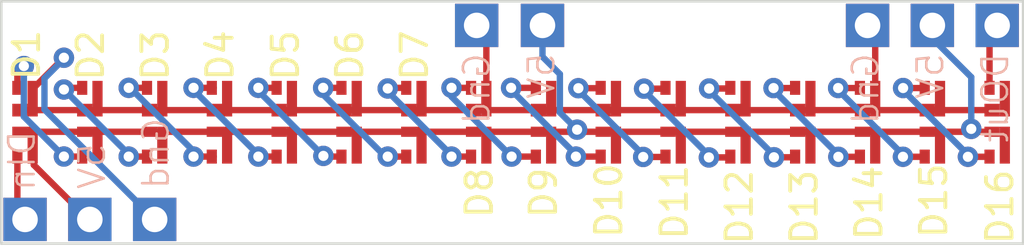
<source format=kicad_pcb>
(kicad_pcb (version 20221018) (generator pcbnew)
  (layers (0 "F.Cu" signal) (31 "B.Cu" signal) (34 "B.Paste" user) (35 "F.Paste" user) (36 "B.SilkS" user "B.Silkscreen") (37 "F.SilkS" user "F.Silkscreen") (38 "B.Mask" user) (39 "F.Mask" user) (44 "Edge.Cuts" user))
  (net 0 "")
  (net 1 "GND")
  (net 2 "Net-(D1-DOUT)")
  (net 3 "+5V")
  (net 4 "unconnected-(D1-DIN-Pad3)")
  (net 5 "Net-(D2-DOUT)")
  (net 6 "Net-(D3-DOUT)")
  (net 7 "Net-(D4-DOUT)")
  (net 8 "Net-(D5-DOUT)")
  (net 9 "Net-(D6-DOUT)")
  (net 10 "Net-(D7-DOUT)")
  (net 11 "Net-(D8-DOUT)")
  (net 12 "Net-(D10-DIN)")
  (net 13 "unconnected-(D10-DOUT-Pad2)")
  (net 14 "Net-(D11-DOUT)")
  (net 15 "Net-(D12-DOUT)")
  (net 16 "Net-(D13-DOUT)")
  (net 17 "Net-(D14-DOUT)")
  (net 18 "Net-(D15-DOUT)")
  (net 19 "unconnected-(D16-DOUT-Pad2)")
  (footprint "Custom Footprint Library:SK6812-EC3210F" (layer "F.Cu") (at 96.52 74.896937 -90)
    (fp_text reference "D10" (at 3.1 -0.02 90) (layer "F.SilkS"))
    (fp_text value "SK6812-EC3210F" hide)
    (pad "1" smd rect (at -0.9 -0.3 90) (size 1.4 0.4) (layers "F.Cu" "F.Paste" "F.Mask") (net 1 "GND"))
    (pad "1" smd rect (at -0.45 0.2 90) (size 0.5 0.6) (layers "F.Cu" "F.Paste" "F.Mask") (net 1 "GND"))
    (pad "2" smd rect (at -1.325 0.3 90) (size 0.55 0.4) (layers "F.Cu" "F.Paste" "F.Mask") (net 13 "unconnected-(D10-DOUT-Pad2)"))
    (pad "3" smd rect (at 1.375 0.3 90) (size 0.55 0.4) (layers "F.Cu" "F.Paste" "F.Mask") (net 12 "Net-(D10-DIN)"))
    (pad "4" smd rect (at 0.4 0.2 90) (size 0.4 0.6) (layers "F.Cu" "F.Paste" "F.Mask") (net 3 "+5V"))
    (pad "4" smd rect (at 0.925 -0.3 90) (size 1.45 0.4) (layers "F.Cu" "F.Paste" "F.Mask") (net 3 "+5V"))
  )
  (footprint "" (layer "F.Cu") (at 73.66 78.74)
    (fp_text reference "" (at 0 0) (layer "F.SilkS") (effects (font (size 1.27 1.27))))
    (fp_text value "" (at 0 0) (layer "F.SilkS") (effects (font (size 1.27 1.27))))
    (pad "1" thru_hole rect (at 0 0) (size 1.7 1.7) (drill 1) (layers "*.Cu" "*.Mask") (net 4 "unconnected-(D1-DIN-Pad3)"))
  )
  (footprint "Custom Footprint Library:SK6812-EC3210F" (layer "F.Cu") (at 111.76 74.896937 -90)
    (fp_text reference "D16" (at 3.348 -0.105 90) (layer "F.SilkS"))
    (fp_text value "SK6812-EC3210F" hide)
    (pad "1" smd rect (at -0.9 -0.3 90) (size 1.4 0.4) (layers "F.Cu" "F.Paste" "F.Mask") (net 1 "GND"))
    (pad "1" smd rect (at -0.45 0.2 90) (size 0.5 0.6) (layers "F.Cu" "F.Paste" "F.Mask") (net 1 "GND"))
    (pad "2" smd rect (at -1.325 0.3 90) (size 0.55 0.4) (layers "F.Cu" "F.Paste" "F.Mask") (net 19 "unconnected-(D16-DOUT-Pad2)"))
    (pad "3" smd rect (at 1.375 0.3 90) (size 0.55 0.4) (layers "F.Cu" "F.Paste" "F.Mask") (net 18 "Net-(D15-DOUT)"))
    (pad "4" smd rect (at 0.4 0.2 90) (size 0.4 0.6) (layers "F.Cu" "F.Paste" "F.Mask") (net 3 "+5V"))
    (pad "4" smd rect (at 0.925 -0.3 90) (size 1.45 0.4) (layers "F.Cu" "F.Paste" "F.Mask") (net 3 "+5V"))
  )
  (footprint "" (layer "F.Cu") (at 91.44 71.12)
    (fp_text reference "" (at 0 0) (layer "F.SilkS") (effects (font (size 1.27 1.27))))
    (fp_text value "" (at 0 0) (layer "F.SilkS") (effects (font (size 1.27 1.27))))
    (pad "1" thru_hole rect (at -0.08 0) (size 1.7 1.7) (drill 1) (layers "*.Cu" "*.Mask") (net 1 "GND"))
  )
  (footprint "Custom Footprint Library:SK6812-EC3210F" (layer "F.Cu") (at 73.66 74.896937 -90)
    (fp_text reference "D1" (at -2.615404 -0.059494 90) (layer "F.SilkS"))
    (fp_text value "SK6812-EC3210F" hide)
    (pad "1" smd rect (at -0.9 -0.3 90) (size 1.4 0.4) (layers "F.Cu" "F.Paste" "F.Mask") (net 1 "GND"))
    (pad "1" smd rect (at -0.45 0.2 90) (size 0.5 0.6) (layers "F.Cu" "F.Paste" "F.Mask") (net 1 "GND"))
    (pad "2" smd rect (at -1.325 0.3 90) (size 0.55 0.4) (layers "F.Cu" "F.Paste" "F.Mask") (net 2 "Net-(D1-DOUT)"))
    (pad "3" smd rect (at 1.375 0.3 90) (size 0.55 0.4) (layers "F.Cu" "F.Paste" "F.Mask") (net 4 "unconnected-(D1-DIN-Pad3)"))
    (pad "4" smd rect (at 0.4 0.2 90) (size 0.4 0.6) (layers "F.Cu" "F.Paste" "F.Mask") (net 3 "+5V"))
    (pad "4" smd rect (at 0.925 -0.3 90) (size 1.45 0.4) (layers "F.Cu" "F.Paste" "F.Mask") (net 3 "+5V"))
  )
  (footprint "Custom Footprint Library:SK6812-EC3210F" (layer "F.Cu") (at 88.9 74.896937 -90)
    (fp_text reference "D7" (at -2.6 -0.025 90) (layer "F.SilkS"))
    (fp_text value "SK6812-EC3210F" hide)
    (pad "1" smd rect (at -0.9 -0.3 90) (size 1.4 0.4) (layers "F.Cu" "F.Paste" "F.Mask") (net 1 "GND"))
    (pad "1" smd rect (at -0.45 0.2 90) (size 0.5 0.6) (layers "F.Cu" "F.Paste" "F.Mask") (net 1 "GND"))
    (pad "2" smd rect (at -1.325 0.3 90) (size 0.55 0.4) (layers "F.Cu" "F.Paste" "F.Mask") (net 10 "Net-(D7-DOUT)"))
    (pad "3" smd rect (at 1.375 0.3 90) (size 0.55 0.4) (layers "F.Cu" "F.Paste" "F.Mask") (net 9 "Net-(D6-DOUT)"))
    (pad "4" smd rect (at 0.4 0.2 90) (size 0.4 0.6) (layers "F.Cu" "F.Paste" "F.Mask") (net 3 "+5V"))
    (pad "4" smd rect (at 0.925 -0.3 90) (size 1.45 0.4) (layers "F.Cu" "F.Paste" "F.Mask") (net 3 "+5V"))
  )
  (footprint "Custom Footprint Library:SK6812-EC3210F" (layer "F.Cu") (at 109.22 74.896937 -90)
    (fp_text reference "D15" (at 3.106 -0.054 90) (layer "F.SilkS"))
    (fp_text value "SK6812-EC3210F" hide)
    (pad "1" smd rect (at -0.9 -0.3 90) (size 1.4 0.4) (layers "F.Cu" "F.Paste" "F.Mask") (net 1 "GND"))
    (pad "1" smd rect (at -0.45 0.2 90) (size 0.5 0.6) (layers "F.Cu" "F.Paste" "F.Mask") (net 1 "GND"))
    (pad "2" smd rect (at -1.325 0.3 90) (size 0.55 0.4) (layers "F.Cu" "F.Paste" "F.Mask") (net 18 "Net-(D15-DOUT)"))
    (pad "3" smd rect (at 1.375 0.3 90) (size 0.55 0.4) (layers "F.Cu" "F.Paste" "F.Mask") (net 17 "Net-(D14-DOUT)"))
    (pad "4" smd rect (at 0.4 0.2 90) (size 0.4 0.6) (layers "F.Cu" "F.Paste" "F.Mask") (net 3 "+5V"))
    (pad "4" smd rect (at 0.925 -0.3 90) (size 1.45 0.4) (layers "F.Cu" "F.Paste" "F.Mask") (net 3 "+5V"))
  )
  (footprint "Custom Footprint Library:SK6812-EC3210F" (layer "F.Cu") (at 93.98 74.896937 -90)
    (fp_text reference "D9" (at 2.8 0 90) (layer "F.SilkS"))
    (fp_text value "SK6812-EC3210F" hide)
    (pad "1" smd rect (at -0.9 -0.3 90) (size 1.4 0.4) (layers "F.Cu" "F.Paste" "F.Mask") (net 1 "GND"))
    (pad "1" smd rect (at -0.45 0.2 90) (size 0.5 0.6) (layers "F.Cu" "F.Paste" "F.Mask") (net 1 "GND"))
    (pad "2" smd rect (at -1.325 0.3 90) (size 0.55 0.4) (layers "F.Cu" "F.Paste" "F.Mask") (net 12 "Net-(D10-DIN)"))
    (pad "3" smd rect (at 1.375 0.3 90) (size 0.55 0.4) (layers "F.Cu" "F.Paste" "F.Mask") (net 11 "Net-(D8-DOUT)"))
    (pad "4" smd rect (at 0.4 0.2 90) (size 0.4 0.6) (layers "F.Cu" "F.Paste" "F.Mask") (net 3 "+5V"))
    (pad "4" smd rect (at 0.925 -0.3 90) (size 1.45 0.4) (layers "F.Cu" "F.Paste" "F.Mask") (net 3 "+5V"))
  )
  (footprint "Custom Footprint Library:SK6812-EC3210F" (layer "F.Cu") (at 91.44 74.896937 -90)
    (fp_text reference "D8" (at 2.8 -0.025 90) (layer "F.SilkS"))
    (fp_text value "SK6812-EC3210F" hide)
    (pad "1" smd rect (at -0.9 -0.3 90) (size 1.4 0.4) (layers "F.Cu" "F.Paste" "F.Mask") (net 1 "GND"))
    (pad "1" smd rect (at -0.45 0.2 90) (size 0.5 0.6) (layers "F.Cu" "F.Paste" "F.Mask") (net 1 "GND"))
    (pad "2" smd rect (at -1.325 0.3 90) (size 0.55 0.4) (layers "F.Cu" "F.Paste" "F.Mask") (net 11 "Net-(D8-DOUT)"))
    (pad "3" smd rect (at 1.375 0.3 90) (size 0.55 0.4) (layers "F.Cu" "F.Paste" "F.Mask") (net 10 "Net-(D7-DOUT)"))
    (pad "4" smd rect (at 0.4 0.2 90) (size 0.4 0.6) (layers "F.Cu" "F.Paste" "F.Mask") (net 3 "+5V"))
    (pad "4" smd rect (at 0.925 -0.3 90) (size 1.45 0.4) (layers "F.Cu" "F.Paste" "F.Mask") (net 3 "+5V"))
  )
  (footprint "Custom Footprint Library:SK6812-EC3210F" (layer "F.Cu") (at 76.2 74.896937 -90)
    (fp_text reference "D2" (at -2.6 -0.025 90) (layer "F.SilkS"))
    (fp_text value "SK6812-EC3210F" hide)
    (pad "1" smd rect (at -0.9 -0.3 90) (size 1.4 0.4) (layers "F.Cu" "F.Paste" "F.Mask") (net 1 "GND"))
    (pad "1" smd rect (at -0.45 0.2 90) (size 0.5 0.6) (layers "F.Cu" "F.Paste" "F.Mask") (net 1 "GND"))
    (pad "2" smd rect (at -1.325 0.3 90) (size 0.55 0.4) (layers "F.Cu" "F.Paste" "F.Mask") (net 5 "Net-(D2-DOUT)"))
    (pad "3" smd rect (at 1.375 0.3 90) (size 0.55 0.4) (layers "F.Cu" "F.Paste" "F.Mask") (net 2 "Net-(D1-DOUT)"))
    (pad "4" smd rect (at 0.4 0.2 90) (size 0.4 0.6) (layers "F.Cu" "F.Paste" "F.Mask") (net 3 "+5V"))
    (pad "4" smd rect (at 0.925 -0.3 90) (size 1.45 0.4) (layers "F.Cu" "F.Paste" "F.Mask") (net 3 "+5V"))
  )
  (footprint "" (layer "F.Cu") (at 78.74 78.74)
    (fp_text reference "" (at 0 0) (layer "F.SilkS") (effects (font (size 1.27 1.27))))
    (fp_text value "" (at 0 0) (layer "F.SilkS") (effects (font (size 1.27 1.27))))
    (pad "1" thru_hole rect (at 0 0) (size 1.7 1.7) (drill 1) (layers "*.Cu" "*.Mask") (net 1 "GND"))
  )
  (footprint "Custom Footprint Library:SK6812-EC3210F" (layer "F.Cu") (at 99.06 74.896937 -90)
    (fp_text reference "D11" (at 3.164 -0.046 90) (layer "F.SilkS"))
    (fp_text value "SK6812-EC3210F" hide)
    (pad "1" smd rect (at -0.9 -0.3 90) (size 1.4 0.4) (layers "F.Cu" "F.Paste" "F.Mask") (net 1 "GND"))
    (pad "1" smd rect (at -0.45 0.2 90) (size 0.5 0.6) (layers "F.Cu" "F.Paste" "F.Mask") (net 1 "GND"))
    (pad "2" smd rect (at -1.325 0.3 90) (size 0.55 0.4) (layers "F.Cu" "F.Paste" "F.Mask") (net 14 "Net-(D11-DOUT)"))
    (pad "3" smd rect (at 1.375 0.3 90) (size 0.55 0.4) (layers "F.Cu" "F.Paste" "F.Mask") (net 13 "unconnected-(D10-DOUT-Pad2)"))
    (pad "4" smd rect (at 0.4 0.2 90) (size 0.4 0.6) (layers "F.Cu" "F.Paste" "F.Mask") (net 3 "+5V"))
    (pad "4" smd rect (at 0.925 -0.3 90) (size 1.45 0.4) (layers "F.Cu" "F.Paste" "F.Mask") (net 3 "+5V"))
  )
  (footprint "Custom Footprint Library:SK6812-EC3210F" (layer "F.Cu") (at 101.6 74.896937 -90)
    (fp_text reference "D12" (at 3.36 -0.054 90) (layer "F.SilkS"))
    (fp_text value "SK6812-EC3210F" hide)
    (pad "1" smd rect (at -0.9 -0.3 90) (size 1.4 0.4) (layers "F.Cu" "F.Paste" "F.Mask") (net 1 "GND"))
    (pad "1" smd rect (at -0.45 0.2 90) (size 0.5 0.6) (layers "F.Cu" "F.Paste" "F.Mask") (net 1 "GND"))
    (pad "2" smd rect (at -1.325 0.3 90) (size 0.55 0.4) (layers "F.Cu" "F.Paste" "F.Mask") (net 15 "Net-(D12-DOUT)"))
    (pad "3" smd rect (at 1.375 0.3 90) (size 0.55 0.4) (layers "F.Cu" "F.Paste" "F.Mask") (net 14 "Net-(D11-DOUT)"))
    (pad "4" smd rect (at 0.4 0.2 90) (size 0.4 0.6) (layers "F.Cu" "F.Paste" "F.Mask") (net 3 "+5V"))
    (pad "4" smd rect (at 0.925 -0.3 90) (size 1.45 0.4) (layers "F.Cu" "F.Paste" "F.Mask") (net 3 "+5V"))
  )
  (footprint "Custom Footprint Library:SK6812-EC3210F" (layer "F.Cu") (at 83.82 74.896937 -90)
    (fp_text reference "D5" (at -2.6 -0.05 90) (layer "F.SilkS"))
    (fp_text value "SK6812-EC3210F" hide)
    (pad "1" smd rect (at -0.9 -0.3 90) (size 1.4 0.4) (layers "F.Cu" "F.Paste" "F.Mask") (net 1 "GND"))
    (pad "1" smd rect (at -0.45 0.2 90) (size 0.5 0.6) (layers "F.Cu" "F.Paste" "F.Mask") (net 1 "GND"))
    (pad "2" smd rect (at -1.325 0.3 90) (size 0.55 0.4) (layers "F.Cu" "F.Paste" "F.Mask") (net 8 "Net-(D5-DOUT)"))
    (pad "3" smd rect (at 1.375 0.3 90) (size 0.55 0.4) (layers "F.Cu" "F.Paste" "F.Mask") (net 7 "Net-(D4-DOUT)"))
    (pad "4" smd rect (at 0.4 0.2 90) (size 0.4 0.6) (layers "F.Cu" "F.Paste" "F.Mask") (net 3 "+5V"))
    (pad "4" smd rect (at 0.925 -0.3 90) (size 1.45 0.4) (layers "F.Cu" "F.Paste" "F.Mask") (net 3 "+5V"))
  )
  (footprint "" (layer "F.Cu") (at 106.68 71.12)
    (fp_text reference "" (at 0 0) (layer "F.SilkS") (effects (font (size 1.27 1.27))))
    (fp_text value "" (at 0 0) (layer "F.SilkS") (effects (font (size 1.27 1.27))))
    (pad "1" thru_hole rect (at 0 0) (size 1.7 1.7) (drill 1) (layers "*.Cu" "*.Mask") (net 1 "GND"))
  )
  (footprint "" (layer "F.Cu") (at 111.76 71.12)
    (fp_text reference "" (at 0 0) (layer "F.SilkS") (effects (font (size 1.27 1.27))))
    (fp_text value "" (at 0 0) (layer "F.SilkS") (effects (font (size 1.27 1.27))))
    (pad "1" thru_hole rect (at 0 0) (size 1.7 1.7) (drill 1) (layers "*.Cu" "*.Mask") (net 19 "unconnected-(D16-DOUT-Pad2)"))
  )
  (footprint "Custom Footprint Library:SK6812-EC3210F" (layer "F.Cu") (at 78.74 74.896937 -90)
    (fp_text reference "D3" (at -2.6 -0.025 90) (layer "F.SilkS"))
    (fp_text value "SK6812-EC3210F" hide)
    (pad "1" smd rect (at -0.9 -0.3 90) (size 1.4 0.4) (layers "F.Cu" "F.Paste" "F.Mask") (net 1 "GND"))
    (pad "1" smd rect (at -0.45 0.2 90) (size 0.5 0.6) (layers "F.Cu" "F.Paste" "F.Mask") (net 1 "GND"))
    (pad "2" smd rect (at -1.325 0.3 90) (size 0.55 0.4) (layers "F.Cu" "F.Paste" "F.Mask") (net 6 "Net-(D3-DOUT)"))
    (pad "3" smd rect (at 1.375 0.3 90) (size 0.55 0.4) (layers "F.Cu" "F.Paste" "F.Mask") (net 5 "Net-(D2-DOUT)"))
    (pad "4" smd rect (at 0.4 0.2 90) (size 0.4 0.6) (layers "F.Cu" "F.Paste" "F.Mask") (net 3 "+5V"))
    (pad "4" smd rect (at 0.925 -0.3 90) (size 1.45 0.4) (layers "F.Cu" "F.Paste" "F.Mask") (net 3 "+5V"))
  )
  (footprint "Custom Footprint Library:SK6812-EC3210F" (layer "F.Cu") (at 106.68 74.896937 -90)
    (fp_text reference "D14" (at 3.194 -0.054 90) (layer "F.SilkS"))
    (fp_text value "SK6812-EC3210F" hide)
    (pad "1" smd rect (at -0.9 -0.3 90) (size 1.4 0.4) (layers "F.Cu" "F.Paste" "F.Mask") (net 1 "GND"))
    (pad "1" smd rect (at -0.45 0.2 90) (size 0.5 0.6) (layers "F.Cu" "F.Paste" "F.Mask") (net 1 "GND"))
    (pad "2" smd rect (at -1.325 0.3 90) (size 0.55 0.4) (layers "F.Cu" "F.Paste" "F.Mask") (net 17 "Net-(D14-DOUT)"))
    (pad "3" smd rect (at 1.375 0.3 90) (size 0.55 0.4) (layers "F.Cu" "F.Paste" "F.Mask") (net 16 "Net-(D13-DOUT)"))
    (pad "4" smd rect (at 0.4 0.2 90) (size 0.4 0.6) (layers "F.Cu" "F.Paste" "F.Mask") (net 3 "+5V"))
    (pad "4" smd rect (at 0.925 -0.3 90) (size 1.45 0.4) (layers "F.Cu" "F.Paste" "F.Mask") (net 3 "+5V"))
  )
  (footprint "" (layer "F.Cu") (at 109.22 71.12)
    (fp_text reference "" (at 0 0) (layer "F.SilkS") (effects (font (size 1.27 1.27))))
    (fp_text value "" (at 0 0) (layer "F.SilkS") (effects (font (size 1.27 1.27))))
    (pad "1" thru_hole rect (at 0 0) (size 1.7 1.7) (drill 1) (layers "*.Cu" "*.Mask") (net 3 "+5V"))
  )
  (footprint "Custom Footprint Library:SK6812-EC3210F" (layer "F.Cu") (at 104.14 74.896937 -90)
    (fp_text reference "D13" (at 3.36 -0.054 90) (layer "F.SilkS"))
    (fp_text value "SK6812-EC3210F" hide)
    (pad "1" smd rect (at -0.9 -0.3 90) (size 1.4 0.4) (layers "F.Cu" "F.Paste" "F.Mask") (net 1 "GND"))
    (pad "1" smd rect (at -0.45 0.2 90) (size 0.5 0.6) (layers "F.Cu" "F.Paste" "F.Mask") (net 1 "GND"))
    (pad "2" smd rect (at -1.325 0.3 90) (size 0.55 0.4) (layers "F.Cu" "F.Paste" "F.Mask") (net 16 "Net-(D13-DOUT)"))
    (pad "3" smd rect (at 1.375 0.3 90) (size 0.55 0.4) (layers "F.Cu" "F.Paste" "F.Mask") (net 15 "Net-(D12-DOUT)"))
    (pad "4" smd rect (at 0.4 0.2 90) (size 0.4 0.6) (layers "F.Cu" "F.Paste" "F.Mask") (net 3 "+5V"))
    (pad "4" smd rect (at 0.925 -0.3 90) (size 1.45 0.4) (layers "F.Cu" "F.Paste" "F.Mask") (net 3 "+5V"))
  )
  (footprint "Custom Footprint Library:SK6812-EC3210F" (layer "F.Cu") (at 86.36 74.896937 -90)
    (fp_text reference "D6" (at -2.6 -0.026557 90) (layer "F.SilkS"))
    (fp_text value "SK6812-EC3210F" hide)
    (pad "1" smd rect (at -0.9 -0.3 90) (size 1.4 0.4) (layers "F.Cu" "F.Paste" "F.Mask") (net 1 "GND"))
    (pad "1" smd rect (at -0.45 0.2 90) (size 0.5 0.6) (layers "F.Cu" "F.Paste" "F.Mask") (net 1 "GND"))
    (pad "2" smd rect (at -1.325 0.3 90) (size 0.55 0.4) (layers "F.Cu" "F.Paste" "F.Mask") (net 9 "Net-(D6-DOUT)"))
    (pad "3" smd rect (at 1.375 0.3 90) (size 0.55 0.4) (layers "F.Cu" "F.Paste" "F.Mask") (net 8 "Net-(D5-DOUT)"))
    (pad "4" smd rect (at 0.4 0.2 90) (size 0.4 0.6) (layers "F.Cu" "F.Paste" "F.Mask") (net 3 "+5V"))
    (pad "4" smd rect (at 0.925 -0.3 90) (size 1.45 0.4) (layers "F.Cu" "F.Paste" "F.Mask") (net 3 "+5V"))
  )
  (footprint "" (layer "F.Cu") (at 76.2 78.74)
    (fp_text reference "" (at 0 0) (layer "F.SilkS") (effects (font (size 1.27 1.27))))
    (fp_text value "" (at 0 0) (layer "F.SilkS") (effects (font (size 1.27 1.27))))
    (pad "1" thru_hole rect (at 0 0) (size 1.7 1.7) (drill 1) (layers "*.Cu" "*.Mask") (net 3 "+5V"))
  )
  (footprint "Custom Footprint Library:SK6812-EC3210F" (layer "F.Cu") (at 81.28 74.896937 -90)
    (fp_text reference "D4" (at -2.6 -0.025 90) (layer "F.SilkS"))
    (fp_text value "SK6812-EC3210F" hide)
    (pad "1" smd rect (at -0.9 -0.3 90) (size 1.4 0.4) (layers "F.Cu" "F.Paste" "F.Mask") (net 1 "GND"))
    (pad "1" smd rect (at -0.45 0.2 90) (size 0.5 0.6) (layers "F.Cu" "F.Paste" "F.Mask") (net 1 "GND"))
    (pad "2" smd rect (at -1.325 0.3 90) (size 0.55 0.4) (layers "F.Cu" "F.Paste" "F.Mask") (net 7 "Net-(D4-DOUT)"))
    (pad "3" smd rect (at 1.375 0.3 90) (size 0.55 0.4) (layers "F.Cu" "F.Paste" "F.Mask") (net 6 "Net-(D3-DOUT)"))
    (pad "4" smd rect (at 0.4 0.2 90) (size 0.4 0.6) (layers "F.Cu" "F.Paste" "F.Mask") (net 3 "+5V"))
    (pad "4" smd rect (at 0.925 -0.3 90) (size 1.45 0.4) (layers "F.Cu" "F.Paste" "F.Mask") (net 3 "+5V"))
  )
  (footprint "" (layer "F.Cu") (at 93.98 71.12)
    (fp_text reference "" (at 0 0) (layer "F.SilkS") (effects (font (size 1.27 1.27))))
    (fp_text value "" (at 0 0) (layer "F.SilkS") (effects (font (size 1.27 1.27))))
    (pad "1" thru_hole rect (at -0.04 0) (size 1.7 1.7) (drill 1) (layers "*.Cu" "*.Mask") (net 3 "+5V"))
  )
  (gr_line (start 72.72907 79.687517) (end 112.776 79.6875) (stroke (width 0.1)) (layer "Edge.Cuts"))
  (gr_line (start 112.776 70.1725) (end 72.72907 70.172517) (stroke (width 0.1)) (layer "Edge.Cuts"))
  (gr_line (start 112.776 79.6875) (end 112.776 70.1725) (stroke (width 0.1)) (layer "Edge.Cuts"))
  (gr_line (start 72.72907 70.172517) (end 72.72907 79.687517) (stroke (width 0.1)) (layer "Edge.Cuts"))
  (gr_text "5V" (at 109.728 72.136 90) (layer "B.SilkS") (effects (font (size 1 1) (thickness 0.1)) (justify left bottom mirror)))
  (gr_text "5V" (at 76.874506 75.679598 90) (layer "B.SilkS") (effects (font (size 1 1) (thickness 0.1)) (justify left bottom mirror)))
  (gr_text "5V" (at 94.488 72.136 90) (layer "B.SilkS") (effects (font (size 1 1) (thickness 0.1)) (justify left bottom mirror)))
  (gr_text "DOut" (at 112.268 72.136 90) (layer "B.SilkS") (effects (font (size 1 1) (thickness 0.1)) (justify left bottom mirror)))
  (gr_text "DIn" (at 74.124506 75.179598 90) (layer "B.SilkS") (effects (font (size 1 1) (thickness 0.1)) (justify left bottom mirror)))
  (gr_text "Gnd" (at 107.188 72.136 90) (layer "B.SilkS") (effects (font (size 1 1) (thickness 0.1)) (justify left bottom mirror)))
  (gr_text "Gnd" (at 91.948 72.136 90) (layer "B.SilkS") (effects (font (size 1 1) (thickness 0.1)) (justify left bottom mirror)))
  (gr_text "Gnd" (at 79.374506 74.679598 90) (layer "B.SilkS") (effects (font (size 1 1) (thickness 0.1)) (justify left bottom mirror)))
  (segment (start 96.32 74.446937) (end 98.86 74.446937) (width 0.25) (layer "F.Cu") (net 1))
  (segment (start 106.98 71.42) (end 106.98 73.996937) (width 0.25) (layer "F.Cu") (net 1))
  (segment (start 78.654506 74.446937) (end 76.154506 74.446937) (width 0.25) (layer "F.Cu") (net 1))
  (segment (start 93.654506 74.446937) (end 91.154506 74.446937) (width 0.25) (layer "F.Cu") (net 1))
  (segment (start 86.154506 74.446937) (end 83.654506 74.446937) (width 0.25) (layer "F.Cu") (net 1))
  (segment (start 91.78 71.54) (end 91.36 71.12) (width 0.25) (layer "F.Cu") (net 1))
  (segment (start 101.4 74.446937) (end 103.94 74.446937) (width 0.25) (layer "F.Cu") (net 1))
  (segment (start 103.94 74.446937) (end 106.48 74.446937) (width 0.25) (layer "F.Cu") (net 1))
  (segment (start 88.654506 74.446937) (end 86.154506 74.446937) (width 0.25) (layer "F.Cu") (net 1))
  (segment (start 76.154506 74.446937) (end 73.654506 74.446937) (width 0.25) (layer "F.Cu") (net 1))
  (segment (start 109.02 74.446937) (end 111.56 74.446937) (width 0.25) (layer "F.Cu") (net 1))
  (segment (start 91.74 73.996937) (end 91.74 71.555092) (width 0.25) (layer "F.Cu") (net 1))
  (segment (start 106.68 71.12) (end 106.98 71.42) (width 0.25) (layer "F.Cu") (net 1))
  (segment (start 83.654506 74.446937) (end 81.154506 74.446937) (width 0.25) (layer "F.Cu") (net 1))
  (segment (start 91.154506 74.446937) (end 88.654506 74.446937) (width 0.25) (layer "F.Cu") (net 1))
  (segment (start 91.74 71.555092) (end 91.654506 71.469598) (width 0.25) (layer "F.Cu") (net 1))
  (segment (start 106.48 74.446937) (end 109.02 74.446937) (width 0.25) (layer "F.Cu") (net 1))
  (segment (start 93.654506 74.446937) (end 96.154506 74.446937) (width 0.25) (layer "F.Cu") (net 1))
  (segment (start 81.154506 74.446937) (end 78.654506 74.446937) (width 0.25) (layer "F.Cu") (net 1))
  (segment (start 73.96 73.614) (end 75.184 72.39) (width 0.25) (layer "F.Cu") (net 1))
  (segment (start 73.96 73.996937) (end 73.96 73.614) (width 0.25) (layer "F.Cu") (net 1))
  (segment (start 98.86 74.446937) (end 101.4 74.446937) (width 0.25) (layer "F.Cu") (net 1))
  (via (at 75.184 72.39) (size 0.8) (drill 0.4) (layers "F.Cu" "B.Cu") (net 1))
  (segment (start 78.74 78.486) (end 78.74 78.74) (width 0.25) (layer "B.Cu") (net 1))
  (segment (start 75.184 72.39) (end 75.184 72.435754) (width 0.25) (layer "B.Cu") (net 1))
  (segment (start 75.184 72.435754) (end 74.422 73.197754) (width 0.25) (layer "B.Cu") (net 1))
  (segment (start 74.422 73.197754) (end 74.422 74.422) (width 0.25) (layer "B.Cu") (net 1))
  (segment (start 74.422 74.422) (end 78.74 78.74) (width 0.25) (layer "B.Cu") (net 1))
  (segment (start 73.36 73.571937) (end 73.36 72.969661) (width 0.25) (layer "F.Cu") (net 2))
  (segment (start 75.184 76.269437) (end 75.1865 76.271937) (width 0.25) (layer "F.Cu") (net 2))
  (segment (start 75.1865 76.271937) (end 75.9 76.271937) (width 0.25) (layer "F.Cu") (net 2))
  (segment (start 73.36 72.969661) (end 73.614235 72.715426) (width 0.25) (layer "F.Cu") (net 2))
  (via (at 75.184 76.269437) (size 0.8) (drill 0.4) (layers "F.Cu" "B.Cu") (net 2))
  (via (at 73.614235 72.715426) (size 0.8) (drill 0.4) (layers "F.Cu" "B.Cu") (net 2))
  (segment (start 73.614235 72.715426) (end 73.614235 74.699672) (width 0.25) (layer "B.Cu") (net 2))
  (segment (start 73.614235 74.699672) (end 75.184 76.269437) (width 0.25) (layer "B.Cu") (net 2))
  (segment (start 110.856937 75.296937) (end 111.56 75.296937) (width 0.25) (layer "F.Cu") (net 3))
  (segment (start 110.744 75.184) (end 110.856937 75.296937) (width 0.25) (layer "F.Cu") (net 3))
  (segment (start 78.654506 75.296937) (end 81.154506 75.296937) (width 0.25) (layer "F.Cu") (net 3))
  (segment (start 106.48 75.296937) (end 109.02 75.296937) (width 0.25) (layer "F.Cu") (net 3))
  (segment (start 96.32 75.296937) (end 98.86 75.296937) (width 0.25) (layer "F.Cu") (net 3))
  (segment (start 86.154506 75.296937) (end 88.654506 75.296937) (width 0.25) (layer "F.Cu") (net 3))
  (segment (start 109.02 75.296937) (end 110.631063 75.296937) (width 0.25) (layer "F.Cu") (net 3))
  (segment (start 73.654506 75.296937) (end 76.154506 75.296937) (width 0.25) (layer "F.Cu") (net 3))
  (segment (start 101.4 75.296937) (end 103.94 75.296937) (width 0.25) (layer "F.Cu") (net 3))
  (segment (start 95.379105 75.296937) (end 96.154506 75.296937) (width 0.25) (layer "F.Cu") (net 3))
  (segment (start 73.96 75.821937) (end 73.96 76.041035) (width 0.25) (layer "F.Cu") (net 3))
  (segment (start 98.86 75.296937) (end 101.4 75.296937) (width 0.25) (layer "F.Cu") (net 3))
  (segment (start 81.154506 75.296937) (end 83.654506 75.296937) (width 0.25) (layer "F.Cu") (net 3))
  (segment (start 74.004506 76.085541) (end 74.004506 76.599598) (width 0.25) (layer "F.Cu") (net 3))
  (segment (start 110.631063 75.296937) (end 110.744 75.184) (width 0.25) (layer "F.Cu") (net 3))
  (segment (start 73.96 76.041035) (end 74.004506 76.085541) (width 0.25) (layer "F.Cu") (net 3))
  (segment (start 95.213669 75.296937) (end 93.654506 75.296937) (width 0.25) (layer "F.Cu") (net 3))
  (segment (start 83.654506 75.296937) (end 86.154506 75.296937) (width 0.25) (layer "F.Cu") (net 3))
  (segment (start 103.94 75.296937) (end 106.48 75.296937) (width 0.25) (layer "F.Cu") (net 3))
  (segment (start 95.296387 75.214219) (end 95.379105 75.296937) (width 0.25) (layer "F.Cu") (net 3))
  (segment (start 76.154506 75.296937) (end 78.654506 75.296937) (width 0.25) (layer "F.Cu") (net 3))
  (segment (start 91.154506 75.296937) (end 93.654506 75.296937) (width 0.25) (layer "F.Cu") (net 3))
  (segment (start 95.296387 75.214219) (end 95.213669 75.296937) (width 0.25) (layer "F.Cu") (net 3))
  (segment (start 88.654506 75.296937) (end 91.154506 75.296937) (width 0.25) (layer "F.Cu") (net 3))
  (segment (start 74.004506 76.599598) (end 76.074506 78.669598) (width 0.25) (layer "F.Cu") (net 3))
  (via (at 95.296387 75.214219) (size 0.8) (drill 0.4) (layers "F.Cu" "B.Cu") (net 3))
  (via (at 110.744 75.184) (size 0.8) (drill 0.4) (layers "F.Cu" "B.Cu") (net 3))
  (segment (start 93.94 72.35) (end 93.94 71.12) (width 0.25) (layer "B.Cu") (net 3))
  (segment (start 95.296387 75.214219) (end 94.621573 74.539405) (width 0.25) (layer "B.Cu") (net 3))
  (segment (start 94.621573 73.031573) (end 93.94 72.35) (width 0.25) (layer "B.Cu") (net 3))
  (segment (start 110.744 73.152) (end 109.22 71.628) (width 0.25) (layer "B.Cu") (net 3))
  (segment (start 109.22 71.628) (end 109.22 71.12) (width 0.25) (layer "B.Cu") (net 3))
  (segment (start 110.744 75.184) (end 110.744 73.152) (width 0.25) (layer "B.Cu") (net 3))
  (segment (start 94.621573 74.539405) (end 94.621573 73.031573) (width 0.25) (layer "B.Cu") (net 3))
  (segment (start 73.752064 78.647936) (end 73.66 78.74) (width 0.25) (layer "F.Cu") (net 4))
  (segment (start 73.36 76.271937) (end 73.36 78.383028) (width 0.25) (layer "F.Cu") (net 4))
  (segment (start 73.36 78.383028) (end 73.554506 78.577534) (width 0.25) (layer "F.Cu") (net 4))
  (segment (start 75.184 73.637401) (end 75.249464 73.571937) (width 0.25) (layer "F.Cu") (net 5))
  (segment (start 78.44 76.271937) (end 77.724 76.271937) (width 0.25) (layer "F.Cu") (net 5))
  (segment (start 75.249464 73.571937) (end 75.9 73.571937) (width 0.25) (layer "F.Cu") (net 5))
  (via (at 75.184 73.637401) (size 0.8) (drill 0.4) (layers "F.Cu" "B.Cu") (net 5))
  (via (at 77.724 76.271937) (size 0.8) (drill 0.4) (layers "F.Cu" "B.Cu") (net 5))
  (segment (start 77.724 76.271937) (end 77.724 76.177401) (width 0.25) (layer "B.Cu") (net 5))
  (segment (start 77.724 76.177401) (end 75.184 73.637401) (width 0.25) (layer "B.Cu") (net 5))
  (segment (start 77.874506 76.121431) (end 77.724 76.271937) (width 0.25) (layer "B.Cu") (net 5))
  (segment (start 77.874506 76.116937) (end 77.874506 76.121431) (width 0.25) (layer "B.Cu") (net 5))
  (segment (start 78.44 73.571937) (end 77.724 73.571937) (width 0.25) (layer "F.Cu") (net 6))
  (segment (start 81.054506 76.271937) (end 80.264 76.271937) (width 0.25) (layer "F.Cu") (net 6))
  (via (at 80.264 76.271937) (size 0.8) (drill 0.4) (layers "F.Cu" "B.Cu") (net 6))
  (via (at 77.724 73.571937) (size 0.8) (drill 0.4) (layers "F.Cu" "B.Cu") (net 6))
  (segment (start 80.264 76.271937) (end 80.264 76.056431) (width 0.25) (layer "B.Cu") (net 6))
  (segment (start 77.779506 73.571937) (end 77.724 73.571937) (width 0.25) (layer "B.Cu") (net 6))
  (segment (start 80.264 76.056431) (end 77.779506 73.571937) (width 0.25) (layer "B.Cu") (net 6))
  (segment (start 81.054506 73.571937) (end 80.264 73.571937) (width 0.25) (layer "F.Cu") (net 7))
  (segment (start 83.554506 76.271937) (end 82.804 76.271937) (width 0.25) (layer "F.Cu") (net 7))
  (via (at 80.264 73.571937) (size 0.8) (drill 0.4) (layers "F.Cu" "B.Cu") (net 7))
  (via (at 82.804 76.271937) (size 0.8) (drill 0.4) (layers "F.Cu" "B.Cu") (net 7))
  (segment (start 82.804 76.271937) (end 82.804 76.196431) (width 0.25) (layer "B.Cu") (net 7))
  (segment (start 82.804 76.196431) (end 80.264 73.656431) (width 0.25) (layer "B.Cu") (net 7))
  (segment (start 80.264 73.656431) (end 80.264 73.571937) (width 0.25) (layer "B.Cu") (net 7))
  (segment (start 85.379507 76.271937) (end 86.054506 76.271937) (width 0.25) (layer "F.Cu") (net 8))
  (segment (start 85.352877 76.245307) (end 85.379507 76.271937) (width 0.25) (layer "F.Cu") (net 8))
  (segment (start 83.554506 73.571937) (end 82.804 73.571937) (width 0.25) (layer "F.Cu") (net 8))
  (via (at 85.352877 76.245307) (size 0.8) (drill 0.4) (layers "F.Cu" "B.Cu") (net 8))
  (via (at 82.804 73.571937) (size 0.8) (drill 0.4) (layers "F.Cu" "B.Cu") (net 8))
  (segment (start 85.352877 76.245307) (end 82.804 73.696431) (width 0.25) (layer "B.Cu") (net 8))
  (segment (start 82.804 73.696431) (end 82.804 73.571937) (width 0.25) (layer "B.Cu") (net 8))
  (segment (start 86.054506 73.571937) (end 85.344 73.571937) (width 0.25) (layer "F.Cu") (net 9))
  (segment (start 88.554506 76.271937) (end 87.874506 76.271937) (width 0.25) (layer "F.Cu") (net 9))
  (via (at 87.874506 76.271937) (size 0.8) (drill 0.4) (layers "F.Cu" "B.Cu") (net 9))
  (via (at 85.344 73.571937) (size 0.8) (drill 0.4) (layers "F.Cu" "B.Cu") (net 9))
  (segment (start 87.874506 76.271937) (end 87.779506 76.271937) (width 0.25) (layer "B.Cu") (net 9))
  (segment (start 87.779506 76.271937) (end 85.344 73.836431) (width 0.25) (layer "B.Cu") (net 9))
  (segment (start 85.344 73.836431) (end 85.344 73.571937) (width 0.25) (layer "B.Cu") (net 9))
  (segment (start 91.054506 76.271937) (end 90.374506 76.271937) (width 0.25) (layer "F.Cu") (net 10))
  (segment (start 87.899506 73.571937) (end 88.554506 73.571937) (width 0.25) (layer "F.Cu") (net 10))
  (segment (start 87.874506 73.596937) (end 87.899506 73.571937) (width 0.25) (layer "F.Cu") (net 10))
  (via (at 90.374506 76.271937) (size 0.8) (drill 0.4) (layers "F.Cu" "B.Cu") (net 10))
  (via (at 87.874506 73.596937) (size 0.8) (drill 0.4) (layers "F.Cu" "B.Cu") (net 10))
  (segment (start 87.874506 73.716937) (end 90.374506 76.216937) (width 0.25) (layer "B.Cu") (net 10))
  (segment (start 87.874506 73.596937) (end 87.874506 73.716937) (width 0.25) (layer "B.Cu") (net 10))
  (segment (start 90.374506 76.216937) (end 90.374506 76.271937) (width 0.25) (layer "B.Cu") (net 10))
  (segment (start 92.729506 76.271937) (end 93.554506 76.271937) (width 0.25) (layer "F.Cu") (net 11))
  (segment (start 91.054506 73.571937) (end 90.374506 73.571937) (width 0.25) (layer "F.Cu") (net 11))
  (via (at 92.729506 76.271937) (size 0.8) (drill 0.4) (layers "F.Cu" "B.Cu") (net 11))
  (via (at 90.374506 73.571937) (size 0.8) (drill 0.4) (layers "F.Cu" "B.Cu") (net 11))
  (segment (start 92.729506 76.271937) (end 90.374506 73.916937) (width 0.25) (layer "B.Cu") (net 11))
  (segment (start 90.374506 73.916937) (end 90.374506 73.571937) (width 0.25) (layer "B.Cu") (net 11))
  (segment (start 96.054506 76.271937) (end 95.25 76.271937) (width 0.25) (layer "F.Cu") (net 12))
  (segment (start 92.71 73.571937) (end 93.554506 73.571937) (width 0.25) (layer "F.Cu") (net 12))
  (via (at 92.71 73.571937) (size 0.8) (drill 0.4) (layers "F.Cu" "B.Cu") (net 12))
  (via (at 95.25 76.271937) (size 0.8) (drill 0.4) (layers "F.Cu" "B.Cu") (net 12))
  (segment (start 95.25 76.271937) (end 95.25 76.192431) (width 0.25) (layer "B.Cu") (net 12))
  (segment (start 95.25 76.192431) (end 92.71 73.652431) (width 0.25) (layer "B.Cu") (net 12))
  (segment (start 92.71 73.652431) (end 92.71 73.571937) (width 0.25) (layer "B.Cu") (net 12))
  (segment (start 98.76 76.271937) (end 98.74546 76.286477) (width 0.25) (layer "F.Cu") (net 13))
  (segment (start 98.74546 76.286477) (end 97.886573 76.286477) (width 0.25) (layer "F.Cu") (net 13))
  (segment (start 96.20546 73.586477) (end 96.22 73.571937) (width 0.25) (layer "F.Cu") (net 13))
  (segment (start 95.346573 73.586477) (end 96.20546 73.586477) (width 0.25) (layer "F.Cu") (net 13))
  (via (at 97.886573 76.286477) (size 0.8) (drill 0.4) (layers "F.Cu" "B.Cu") (net 13))
  (via (at 95.346573 73.586477) (size 0.8) (drill 0.4) (layers "F.Cu" "B.Cu") (net 13))
  (segment (start 97.886573 76.206971) (end 95.346573 73.666971) (width 0.25) (layer "B.Cu") (net 13))
  (segment (start 98.727417 73.60452) (end 98.76 73.571937) (width 0.25) (layer "F.Cu") (net 14))
  (segment (start 101.267417 76.30452) (end 100.461593 76.30452) (width 0.25) (layer "F.Cu") (net 14))
  (segment (start 97.921593 73.60452) (end 98.727417 73.60452) (width 0.25) (layer "F.Cu") (net 14))
  (segment (start 101.3 76.271937) (end 101.267417 76.30452) (width 0.25) (layer "F.Cu") (net 14))
  (via (at 97.921593 73.60452) (size 0.8) (drill 0.4) (layers "F.Cu" "B.Cu") (net 14))
  (via (at 100.461593 76.30452) (size 0.8) (drill 0.4) (layers "F.Cu" "B.Cu") (net 14))
  (segment (start 100.461593 76.225014) (end 97.921593 73.685014) (width 0.25) (layer "B.Cu") (net 14))
  (segment (start 103.813407 76.29853) (end 103.010817 76.29853) (width 0.25) (layer "F.Cu") (net 15))
  (segment (start 100.470817 73.59853) (end 101.273407 73.59853) (width 0.25) (layer "F.Cu") (net 15))
  (segment (start 101.273407 73.59853) (end 101.3 73.571937) (width 0.25) (layer "F.Cu") (net 15))
  (segment (start 103.84 76.271937) (end 103.813407 76.29853) (width 0.25) (layer "F.Cu") (net 15))
  (via (at 103.010817 76.29853) (size 0.8) (drill 0.4) (layers "F.Cu" "B.Cu") (net 15))
  (via (at 100.470817 73.59853) (size 0.8) (drill 0.4) (layers "F.Cu" "B.Cu") (net 15))
  (segment (start 103.010817 76.219024) (end 100.470817 73.679024) (width 0.25) (layer "B.Cu") (net 15))
  (segment (start 103.831376 73.580561) (end 103.84 73.571937) (width 0.25) (layer "F.Cu") (net 16))
  (segment (start 106.38 76.271937) (end 106.371376 76.280561) (width 0.25) (layer "F.Cu") (net 16))
  (segment (start 102.995483 73.580561) (end 103.831376 73.580561) (width 0.25) (layer "F.Cu") (net 16))
  (segment (start 106.371376 76.280561) (end 105.535483 76.280561) (width 0.25) (layer "F.Cu") (net 16))
  (via (at 102.995483 73.580561) (size 0.8) (drill 0.4) (layers "F.Cu" "B.Cu") (net 16))
  (via (at 105.535483 76.280561) (size 0.8) (drill 0.4) (layers "F.Cu" "B.Cu") (net 16))
  (segment (start 105.535483 76.201055) (end 102.995483 73.661055) (width 0.25) (layer "B.Cu") (net 16))
  (segment (start 106.372214 73.579723) (end 106.38 73.571937) (width 0.25) (layer "F.Cu") (net 17))
  (segment (start 108.92 76.271937) (end 108.912214 76.279723) (width 0.25) (layer "F.Cu") (net 17))
  (segment (start 105.527636 73.579723) (end 106.372214 73.579723) (width 0.25) (layer "F.Cu") (net 17))
  (segment (start 108.912214 76.279723) (end 108.067636 76.279723) (width 0.25) (layer "F.Cu") (net 17))
  (via (at 105.527636 73.579723) (size 0.8) (drill 0.4) (layers "F.Cu" "B.Cu") (net 17))
  (via (at 108.067636 76.279723) (size 0.8) (drill 0.4) (layers "F.Cu" "B.Cu") (net 17))
  (segment (start 108.067636 76.200217) (end 105.527636 73.660217) (width 0.25) (layer "B.Cu") (net 17))
  (segment (start 108.912214 73.579723) (end 108.92 73.571937) (width 0.25) (layer "F.Cu") (net 18))
  (segment (start 111.452214 76.279723) (end 110.613265 76.279723) (width 0.25) (layer "F.Cu") (net 18))
  (segment (start 111.46 76.271937) (end 111.452214 76.279723) (width 0.25) (layer "F.Cu") (net 18))
  (segment (start 108.073265 73.579723) (end 108.912214 73.579723) (width 0.25) (layer "F.Cu") (net 18))
  (via (at 110.613265 76.279723) (size 0.8) (drill 0.4) (layers "F.Cu" "B.Cu") (net 18))
  (via (at 108.073265 73.579723) (size 0.8) (drill 0.4) (layers "F.Cu" "B.Cu") (net 18))
  (segment (start 110.613265 76.200217) (end 108.073265 73.660217) (width 0.25) (layer "B.Cu") (net 18))
  (segment (start 111.76 71.12) (end 111.46 71.42) (width 0.25) (layer "F.Cu") (net 19))
  (segment (start 111.46 71.42) (end 111.46 73.571937) (width 0.25) (layer "F.Cu") (net 19))
)
</source>
